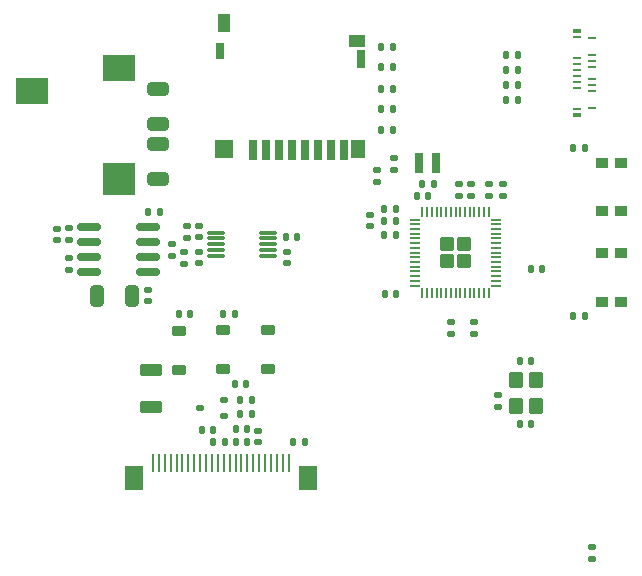
<source format=gbr>
%TF.GenerationSoftware,KiCad,Pcbnew,9.0.6*%
%TF.CreationDate,2025-12-31T21:00:04+02:00*%
%TF.ProjectId,MiPi,4d695069-2e6b-4696-9361-645f70636258,1.0*%
%TF.SameCoordinates,Original*%
%TF.FileFunction,Paste,Bot*%
%TF.FilePolarity,Positive*%
%FSLAX46Y46*%
G04 Gerber Fmt 4.6, Leading zero omitted, Abs format (unit mm)*
G04 Created by KiCad (PCBNEW 9.0.6) date 2025-12-31 21:00:04*
%MOMM*%
%LPD*%
G01*
G04 APERTURE LIST*
G04 Aperture macros list*
%AMRoundRect*
0 Rectangle with rounded corners*
0 $1 Rounding radius*
0 $2 $3 $4 $5 $6 $7 $8 $9 X,Y pos of 4 corners*
0 Add a 4 corners polygon primitive as box body*
4,1,4,$2,$3,$4,$5,$6,$7,$8,$9,$2,$3,0*
0 Add four circle primitives for the rounded corners*
1,1,$1+$1,$2,$3*
1,1,$1+$1,$4,$5*
1,1,$1+$1,$6,$7*
1,1,$1+$1,$8,$9*
0 Add four rect primitives between the rounded corners*
20,1,$1+$1,$2,$3,$4,$5,0*
20,1,$1+$1,$4,$5,$6,$7,0*
20,1,$1+$1,$6,$7,$8,$9,0*
20,1,$1+$1,$8,$9,$2,$3,0*%
%AMFreePoly0*
4,1,18,-0.437500,0.050000,-0.433694,0.069134,-0.422855,0.085355,-0.406634,0.096194,-0.387500,0.100000,0.387500,0.100000,0.406634,0.096194,0.422855,0.085355,0.433694,0.069134,0.437500,0.050000,0.437500,-0.050000,0.387500,-0.100000,-0.387500,-0.100000,-0.406634,-0.096194,-0.422855,-0.085355,-0.433694,-0.069134,-0.437500,-0.050000,-0.437500,0.050000,-0.437500,0.050000,$1*%
%AMFreePoly1*
4,1,18,-0.437500,0.050000,-0.433694,0.069134,-0.422855,0.085355,-0.406634,0.096194,-0.387500,0.100000,0.387500,0.100000,0.437500,0.050000,0.437500,-0.050000,0.433694,-0.069134,0.422855,-0.085355,0.406634,-0.096194,0.387500,-0.100000,-0.387500,-0.100000,-0.406634,-0.096194,-0.422855,-0.085355,-0.433694,-0.069134,-0.437500,-0.050000,-0.437500,0.050000,-0.437500,0.050000,$1*%
%AMFreePoly2*
4,1,18,-0.100000,0.387500,-0.096194,0.406634,-0.085355,0.422855,-0.069134,0.433694,-0.050000,0.437500,0.050000,0.437500,0.069134,0.433694,0.085355,0.422855,0.096194,0.406634,0.100000,0.387500,0.100000,-0.387500,0.096194,-0.406634,0.085355,-0.422855,0.069134,-0.433694,0.050000,-0.437500,-0.050000,-0.437500,-0.100000,-0.387500,-0.100000,0.387500,-0.100000,0.387500,$1*%
%AMFreePoly3*
4,1,18,-0.100000,0.387500,-0.096194,0.406634,-0.085355,0.422855,-0.069134,0.433694,-0.050000,0.437500,0.050000,0.437500,0.069134,0.433694,0.085355,0.422855,0.096194,0.406634,0.100000,0.387500,0.100000,-0.387500,0.050000,-0.437500,-0.050000,-0.437500,-0.069134,-0.433694,-0.085355,-0.422855,-0.096194,-0.406634,-0.100000,-0.387500,-0.100000,0.387500,-0.100000,0.387500,$1*%
%AMFreePoly4*
4,1,18,-0.437500,0.050000,-0.387500,0.100000,0.387500,0.100000,0.406634,0.096194,0.422855,0.085355,0.433694,0.069134,0.437500,0.050000,0.437500,-0.050000,0.433694,-0.069134,0.422855,-0.085355,0.406634,-0.096194,0.387500,-0.100000,-0.387500,-0.100000,-0.406634,-0.096194,-0.422855,-0.085355,-0.433694,-0.069134,-0.437500,-0.050000,-0.437500,0.050000,-0.437500,0.050000,$1*%
%AMFreePoly5*
4,1,18,-0.437500,0.050000,-0.433694,0.069134,-0.422855,0.085355,-0.406634,0.096194,-0.387500,0.100000,0.387500,0.100000,0.406634,0.096194,0.422855,0.085355,0.433694,0.069134,0.437500,0.050000,0.437500,-0.050000,0.433694,-0.069134,0.422855,-0.085355,0.406634,-0.096194,0.387500,-0.100000,-0.387500,-0.100000,-0.437500,-0.050000,-0.437500,0.050000,-0.437500,0.050000,$1*%
%AMFreePoly6*
4,1,18,-0.100000,0.387500,-0.096194,0.406634,-0.085355,0.422855,-0.069134,0.433694,-0.050000,0.437500,0.050000,0.437500,0.100000,0.387500,0.100000,-0.387500,0.096194,-0.406634,0.085355,-0.422855,0.069134,-0.433694,0.050000,-0.437500,-0.050000,-0.437500,-0.069134,-0.433694,-0.085355,-0.422855,-0.096194,-0.406634,-0.100000,-0.387500,-0.100000,0.387500,-0.100000,0.387500,$1*%
%AMFreePoly7*
4,1,18,-0.100000,0.387500,-0.050000,0.437500,0.050000,0.437500,0.069134,0.433694,0.085355,0.422855,0.096194,0.406634,0.100000,0.387500,0.100000,-0.387500,0.096194,-0.406634,0.085355,-0.422855,0.069134,-0.433694,0.050000,-0.437500,-0.050000,-0.437500,-0.069134,-0.433694,-0.085355,-0.422855,-0.096194,-0.406634,-0.100000,-0.387500,-0.100000,0.387500,-0.100000,0.387500,$1*%
G04 Aperture macros list end*
%ADD10RoundRect,0.135000X-0.185000X0.135000X-0.185000X-0.135000X0.185000X-0.135000X0.185000X0.135000X0*%
%ADD11RoundRect,0.140000X0.140000X0.170000X-0.140000X0.170000X-0.140000X-0.170000X0.140000X-0.170000X0*%
%ADD12RoundRect,0.135000X-0.135000X-0.185000X0.135000X-0.185000X0.135000X0.185000X-0.135000X0.185000X0*%
%ADD13RoundRect,0.250000X0.350000X0.350000X-0.350000X0.350000X-0.350000X-0.350000X0.350000X-0.350000X0*%
%ADD14FreePoly0,180.000000*%
%ADD15RoundRect,0.050000X0.387500X0.050000X-0.387500X0.050000X-0.387500X-0.050000X0.387500X-0.050000X0*%
%ADD16FreePoly1,180.000000*%
%ADD17FreePoly2,180.000000*%
%ADD18RoundRect,0.050000X0.050000X0.387500X-0.050000X0.387500X-0.050000X-0.387500X0.050000X-0.387500X0*%
%ADD19FreePoly3,180.000000*%
%ADD20FreePoly4,180.000000*%
%ADD21FreePoly5,180.000000*%
%ADD22FreePoly6,180.000000*%
%ADD23FreePoly7,180.000000*%
%ADD24RoundRect,0.075000X-0.300000X0.075000X-0.300000X-0.075000X0.300000X-0.075000X0.300000X0.075000X0*%
%ADD25RoundRect,0.062500X-0.312500X0.062500X-0.312500X-0.062500X0.312500X-0.062500X0.312500X0.062500X0*%
%ADD26RoundRect,0.140000X-0.170000X0.140000X-0.170000X-0.140000X0.170000X-0.140000X0.170000X0.140000X0*%
%ADD27RoundRect,0.140000X-0.140000X-0.170000X0.140000X-0.170000X0.140000X0.170000X-0.140000X0.170000X0*%
%ADD28RoundRect,0.135000X0.135000X0.185000X-0.135000X0.185000X-0.135000X-0.185000X0.135000X-0.185000X0*%
%ADD29RoundRect,0.250000X-0.650000X0.325000X-0.650000X-0.325000X0.650000X-0.325000X0.650000X0.325000X0*%
%ADD30R,0.700000X1.700000*%
%ADD31RoundRect,0.250000X0.650000X-0.325000X0.650000X0.325000X-0.650000X0.325000X-0.650000X-0.325000X0*%
%ADD32RoundRect,0.140000X0.170000X-0.140000X0.170000X0.140000X-0.170000X0.140000X-0.170000X-0.140000X0*%
%ADD33RoundRect,0.135000X0.185000X-0.135000X0.185000X0.135000X-0.185000X0.135000X-0.185000X-0.135000X0*%
%ADD34RoundRect,0.075000X0.650000X0.075000X-0.650000X0.075000X-0.650000X-0.075000X0.650000X-0.075000X0*%
%ADD35RoundRect,0.225000X-0.375000X0.225000X-0.375000X-0.225000X0.375000X-0.225000X0.375000X0.225000X0*%
%ADD36RoundRect,0.112500X-0.237500X0.112500X-0.237500X-0.112500X0.237500X-0.112500X0.237500X0.112500X0*%
%ADD37R,1.000000X0.900000*%
%ADD38RoundRect,0.150000X-0.825000X-0.150000X0.825000X-0.150000X0.825000X0.150000X-0.825000X0.150000X0*%
%ADD39RoundRect,0.225000X0.375000X-0.225000X0.375000X0.225000X-0.375000X0.225000X-0.375000X-0.225000X0*%
%ADD40RoundRect,0.250000X-0.350000X0.450000X-0.350000X-0.450000X0.350000X-0.450000X0.350000X0.450000X0*%
%ADD41RoundRect,0.250000X0.325000X0.650000X-0.325000X0.650000X-0.325000X-0.650000X0.325000X-0.650000X0*%
%ADD42R,2.800000X2.200000*%
%ADD43R,2.800000X2.800000*%
%ADD44R,1.500000X2.000000*%
%ADD45R,0.250000X1.600000*%
%ADD46R,0.700000X1.750000*%
%ADD47R,1.450000X1.000000*%
%ADD48R,1.000000X1.550000*%
%ADD49R,0.800000X1.500000*%
%ADD50R,1.300000X1.500000*%
%ADD51R,1.500000X1.500000*%
%ADD52R,0.800000X1.400000*%
%ADD53RoundRect,0.250000X0.700000X-0.275000X0.700000X0.275000X-0.700000X0.275000X-0.700000X-0.275000X0*%
G04 APERTURE END LIST*
D10*
%TO.C,R3*%
X116262500Y-90500000D03*
X116262500Y-91520000D03*
%TD*%
D11*
%TO.C,C13*%
X107592500Y-76950000D03*
X106632500Y-76950000D03*
%TD*%
%TO.C,C29*%
X99290000Y-77100000D03*
X98330000Y-77100000D03*
%TD*%
D12*
%TO.C,R8*%
X94450000Y-92095000D03*
X95470000Y-92095000D03*
%TD*%
D13*
%TO.C,U1*%
X113375000Y-79150000D03*
X113375000Y-77750000D03*
X111975000Y-79150000D03*
X111975000Y-77750000D03*
D14*
X116112500Y-75650000D03*
D15*
X116112500Y-76050000D03*
X116112500Y-76450000D03*
X116112500Y-76850000D03*
X116112500Y-77250000D03*
X116112500Y-77650000D03*
X116112500Y-78050000D03*
X116112500Y-78450000D03*
X116112500Y-78850000D03*
X116112500Y-79250000D03*
X116112500Y-79650000D03*
X116112500Y-80050000D03*
X116112500Y-80450000D03*
X116112500Y-80850000D03*
D16*
X116112500Y-81250000D03*
D17*
X115475000Y-81887500D03*
D18*
X115075000Y-81887500D03*
X114675000Y-81887500D03*
X114275000Y-81887500D03*
X113875000Y-81887500D03*
X113475000Y-81887500D03*
X113075000Y-81887500D03*
X112675000Y-81887500D03*
X112275000Y-81887500D03*
X111875000Y-81887500D03*
X111475000Y-81887500D03*
X111075000Y-81887500D03*
X110675000Y-81887500D03*
X110275000Y-81887500D03*
D19*
X109875000Y-81887500D03*
D20*
X109237500Y-81250000D03*
D15*
X109237500Y-80850000D03*
X109237500Y-80450000D03*
X109237500Y-80050000D03*
X109237500Y-79650000D03*
X109237500Y-79250000D03*
X109237500Y-78850000D03*
X109237500Y-78450000D03*
X109237500Y-78050000D03*
X109237500Y-77650000D03*
X109237500Y-77250000D03*
X109237500Y-76850000D03*
X109237500Y-76450000D03*
X109237500Y-76050000D03*
D21*
X109237500Y-75650000D03*
D22*
X109875000Y-75012500D03*
D18*
X110275000Y-75012500D03*
X110675000Y-75012500D03*
X111075000Y-75012500D03*
X111475000Y-75012500D03*
X111875000Y-75012500D03*
X112275000Y-75012500D03*
X112675000Y-75012500D03*
X113075000Y-75012500D03*
X113475000Y-75012500D03*
X113875000Y-75012500D03*
X114275000Y-75012500D03*
X114675000Y-75012500D03*
X115075000Y-75012500D03*
D23*
X115475000Y-75012500D03*
%TD*%
D24*
%TO.C,J3*%
X123000000Y-59700000D03*
D25*
X123000000Y-60200000D03*
D24*
X123000000Y-66800000D03*
D25*
X123000000Y-62000000D03*
X123000000Y-62500000D03*
X123000000Y-63000000D03*
X123000000Y-63500000D03*
X123000000Y-64000000D03*
X123000000Y-64500000D03*
X123000000Y-66300000D03*
X124250000Y-66250000D03*
X124250000Y-64750000D03*
X124250000Y-64250000D03*
X124250000Y-63750000D03*
X124250000Y-62750000D03*
X124250000Y-62250000D03*
X124250000Y-61750000D03*
X124250000Y-60250000D03*
%TD*%
D10*
%TO.C,R24*%
X79950000Y-78940000D03*
X79950000Y-79960000D03*
%TD*%
D26*
%TO.C,C34*%
X86675000Y-81595000D03*
X86675000Y-82555000D03*
%TD*%
D12*
%TO.C,R12*%
X106330000Y-66325000D03*
X107350000Y-66325000D03*
%TD*%
%TO.C,R10*%
X106330000Y-62775000D03*
X107350000Y-62775000D03*
%TD*%
D11*
%TO.C,C28*%
X94960000Y-89595000D03*
X94000000Y-89595000D03*
%TD*%
D27*
%TO.C,C19*%
X91170000Y-93445000D03*
X92130000Y-93445000D03*
%TD*%
D28*
%TO.C,R28*%
X117960000Y-61750000D03*
X116940000Y-61750000D03*
%TD*%
D29*
%TO.C,C36*%
X87450000Y-69275000D03*
X87450000Y-72225000D03*
%TD*%
D30*
%TO.C,L1*%
X111022500Y-70887500D03*
X109622500Y-70887500D03*
%TD*%
D12*
%TO.C,R13*%
X106330000Y-68075000D03*
X107350000Y-68075000D03*
%TD*%
D31*
%TO.C,C37*%
X87450000Y-67575000D03*
X87450000Y-64625000D03*
%TD*%
D32*
%TO.C,C14*%
X107450000Y-71430000D03*
X107450000Y-70470000D03*
%TD*%
D33*
%TO.C,R22*%
X89949000Y-77187824D03*
X89949000Y-76167824D03*
%TD*%
D27*
%TO.C,C20*%
X94090000Y-94495000D03*
X95050000Y-94495000D03*
%TD*%
D12*
%TO.C,R7*%
X94450000Y-90955000D03*
X95470000Y-90955000D03*
%TD*%
D26*
%TO.C,C12*%
X112312500Y-84350000D03*
X112312500Y-85310000D03*
%TD*%
D12*
%TO.C,R6*%
X116930000Y-64300000D03*
X117950000Y-64300000D03*
%TD*%
D33*
%TO.C,R21*%
X124200000Y-104400000D03*
X124200000Y-103380000D03*
%TD*%
D32*
%TO.C,C33*%
X78925000Y-77385000D03*
X78925000Y-76425000D03*
%TD*%
D34*
%TO.C,U4*%
X96825000Y-76755000D03*
X96825000Y-77255000D03*
X96825000Y-77755000D03*
X96825000Y-78255000D03*
X96825000Y-78755000D03*
X92425000Y-78755000D03*
X92425000Y-78255000D03*
X92425000Y-77755000D03*
X92425000Y-77255000D03*
X92425000Y-76755000D03*
%TD*%
D11*
%TO.C,C15*%
X110822500Y-72637500D03*
X109862500Y-72637500D03*
%TD*%
D12*
%TO.C,R2*%
X122590000Y-69600000D03*
X123610000Y-69600000D03*
%TD*%
D11*
%TO.C,C1*%
X107592500Y-74750000D03*
X106632500Y-74750000D03*
%TD*%
D10*
%TO.C,R25*%
X88700000Y-77690000D03*
X88700000Y-78710000D03*
%TD*%
D28*
%TO.C,R26*%
X87645000Y-75005000D03*
X86625000Y-75005000D03*
%TD*%
D11*
%TO.C,C6*%
X107642500Y-81950000D03*
X106682500Y-81950000D03*
%TD*%
D35*
%TO.C,D1*%
X89250000Y-85070000D03*
X89250000Y-88370000D03*
%TD*%
D33*
%TO.C,R23*%
X89690000Y-79390000D03*
X89690000Y-78370000D03*
%TD*%
D36*
%TO.C,Q1*%
X93050000Y-90945000D03*
X93050000Y-92245000D03*
X91050000Y-91595000D03*
%TD*%
D11*
%TO.C,C22*%
X95060000Y-93395000D03*
X94100000Y-93395000D03*
%TD*%
D37*
%TO.C,SW2*%
X125050000Y-78500000D03*
X125050000Y-82600000D03*
X126650000Y-78500000D03*
X126650000Y-82600000D03*
%TD*%
D27*
%TO.C,C24*%
X93000000Y-83670000D03*
X93960000Y-83670000D03*
%TD*%
%TO.C,C25*%
X98940000Y-94500000D03*
X99900000Y-94500000D03*
%TD*%
D38*
%TO.C,U5*%
X81675000Y-80105000D03*
X81675000Y-78835000D03*
X81675000Y-77565000D03*
X81675000Y-76295000D03*
X86625000Y-76295000D03*
X86625000Y-77565000D03*
X86625000Y-78835000D03*
X86625000Y-80105000D03*
%TD*%
D32*
%TO.C,C7*%
X112962500Y-73630000D03*
X112962500Y-72670000D03*
%TD*%
D12*
%TO.C,R5*%
X116930000Y-63000000D03*
X117950000Y-63000000D03*
%TD*%
D27*
%TO.C,C18*%
X118112500Y-93000000D03*
X119072500Y-93000000D03*
%TD*%
D32*
%TO.C,C31*%
X90949000Y-77157824D03*
X90949000Y-76197824D03*
%TD*%
D26*
%TO.C,C4*%
X114262500Y-84350000D03*
X114262500Y-85310000D03*
%TD*%
D32*
%TO.C,C9*%
X113962500Y-73630000D03*
X113962500Y-72670000D03*
%TD*%
D35*
%TO.C,D2*%
X96800000Y-85020000D03*
X96800000Y-88320000D03*
%TD*%
D32*
%TO.C,C8*%
X116712500Y-73630000D03*
X116712500Y-72670000D03*
%TD*%
D39*
%TO.C,D3*%
X93000000Y-88320000D03*
X93000000Y-85020000D03*
%TD*%
D27*
%TO.C,C5*%
X119032500Y-79850000D03*
X119992500Y-79850000D03*
%TD*%
%TO.C,C26*%
X89270000Y-83670000D03*
X90230000Y-83670000D03*
%TD*%
D26*
%TO.C,C32*%
X90949000Y-78387824D03*
X90949000Y-79347824D03*
%TD*%
D12*
%TO.C,R9*%
X106330000Y-61015000D03*
X107350000Y-61015000D03*
%TD*%
D40*
%TO.C,Y1*%
X119462500Y-89250000D03*
X119462500Y-91450000D03*
X117762500Y-91450000D03*
X117762500Y-89250000D03*
%TD*%
D33*
%TO.C,R1*%
X106000000Y-72460000D03*
X106000000Y-71440000D03*
%TD*%
D41*
%TO.C,C35*%
X85300000Y-82105000D03*
X82350000Y-82105000D03*
%TD*%
D28*
%TO.C,R29*%
X117960000Y-65550000D03*
X116940000Y-65550000D03*
%TD*%
D42*
%TO.C,J2*%
X76800000Y-64800000D03*
X84200000Y-62800000D03*
D43*
X84200000Y-72200000D03*
%TD*%
D37*
%TO.C,SW1*%
X125050000Y-70850000D03*
X125050000Y-74950000D03*
X126650000Y-70850000D03*
X126650000Y-74950000D03*
%TD*%
D44*
%TO.C,U2*%
X100150000Y-97545000D03*
X85450000Y-97545000D03*
D45*
X87050000Y-96245000D03*
X87550000Y-96245000D03*
X88050000Y-96245000D03*
X88550000Y-96245000D03*
X89050000Y-96245000D03*
X89550000Y-96245000D03*
X90050000Y-96245000D03*
X90550000Y-96245000D03*
X91050000Y-96245000D03*
X91550000Y-96245000D03*
X92050000Y-96245000D03*
X92550000Y-96245000D03*
X93050000Y-96245000D03*
X93550000Y-96245000D03*
X94050000Y-96245000D03*
X94550000Y-96245000D03*
X95050000Y-96245000D03*
X95550000Y-96245000D03*
X96050000Y-96245000D03*
X96550000Y-96245000D03*
X97050000Y-96245000D03*
X97550000Y-96245000D03*
X98050000Y-96245000D03*
X98550000Y-96245000D03*
%TD*%
D11*
%TO.C,C16*%
X110360000Y-73637500D03*
X109400000Y-73637500D03*
%TD*%
%TO.C,C27*%
X93130000Y-94495000D03*
X92170000Y-94495000D03*
%TD*%
D33*
%TO.C,R27*%
X79950000Y-77410000D03*
X79950000Y-76390000D03*
%TD*%
D11*
%TO.C,C2*%
X107592500Y-75750000D03*
X106632500Y-75750000D03*
%TD*%
%TO.C,C17*%
X119062500Y-87650000D03*
X118102500Y-87650000D03*
%TD*%
D46*
%TO.C,J1*%
X95500000Y-69775000D03*
X96600000Y-69775000D03*
X97700000Y-69775000D03*
X98800000Y-69775000D03*
X99900000Y-69775000D03*
X101000000Y-69775000D03*
X102100000Y-69775000D03*
X103200000Y-69775000D03*
D47*
X104325000Y-60550000D03*
D48*
X93100000Y-58975000D03*
D49*
X104650000Y-62050000D03*
D50*
X104400000Y-69650000D03*
D51*
X93050000Y-69650000D03*
D52*
X92700000Y-61400000D03*
%TD*%
D32*
%TO.C,C3*%
X105430000Y-76210000D03*
X105430000Y-75250000D03*
%TD*%
%TO.C,C10*%
X115512500Y-73630000D03*
X115512500Y-72670000D03*
%TD*%
D12*
%TO.C,R4*%
X122580000Y-83850000D03*
X123600000Y-83850000D03*
%TD*%
D53*
%TO.C,L2*%
X86850000Y-91545000D03*
X86850000Y-88395000D03*
%TD*%
D32*
%TO.C,C30*%
X98380000Y-79340000D03*
X98380000Y-78380000D03*
%TD*%
%TO.C,C21*%
X95950000Y-94525000D03*
X95950000Y-93565000D03*
%TD*%
D12*
%TO.C,R11*%
X106330000Y-64575000D03*
X107350000Y-64575000D03*
%TD*%
M02*

</source>
